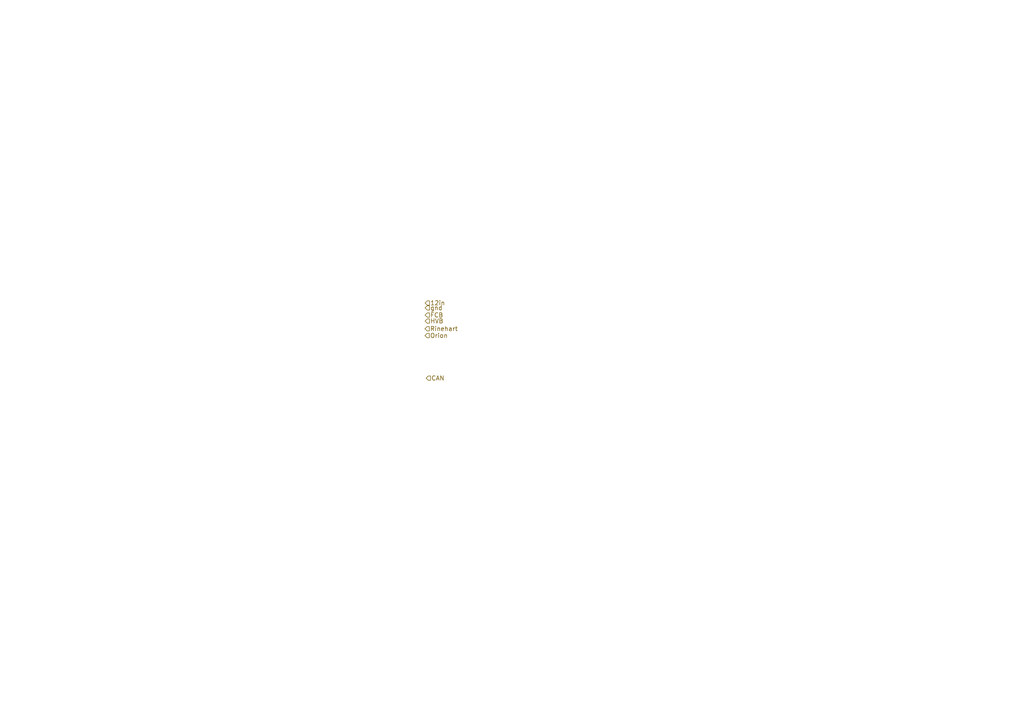
<source format=kicad_sch>
(kicad_sch (version 20211123) (generator eeschema)
  (paper "A4")
  (lib_symbols)
  (hierarchical_label "CAN" (shape input) (at 123.5964 109.6772 0))
  (hierarchical_label "gnd" (shape input) (at 123.2916 89.3064 0))
  (hierarchical_label "Orion" (shape input) (at 123.2408 97.3328 0))
  (hierarchical_label "Rinehart" (shape input) (at 123.2408 95.3516 0))
  (hierarchical_label "FCB" (shape input) (at 123.2916 91.3892 0))
  (hierarchical_label "HVB" (shape input) (at 123.2916 93.1164 0))
  (hierarchical_label "12in" (shape input) (at 123.2916 87.884 0))
)
</source>
